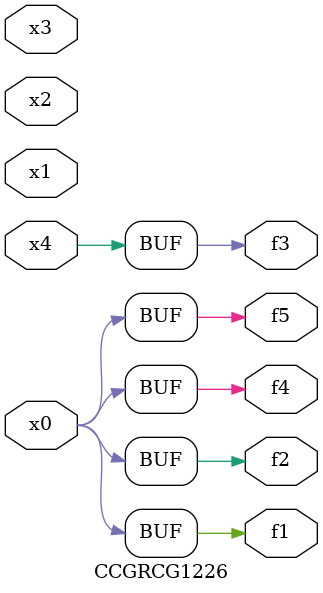
<source format=v>
module CCGRCG1226(
	input x0, x1, x2, x3, x4,
	output f1, f2, f3, f4, f5
);
	assign f1 = x0;
	assign f2 = x0;
	assign f3 = x4;
	assign f4 = x0;
	assign f5 = x0;
endmodule

</source>
